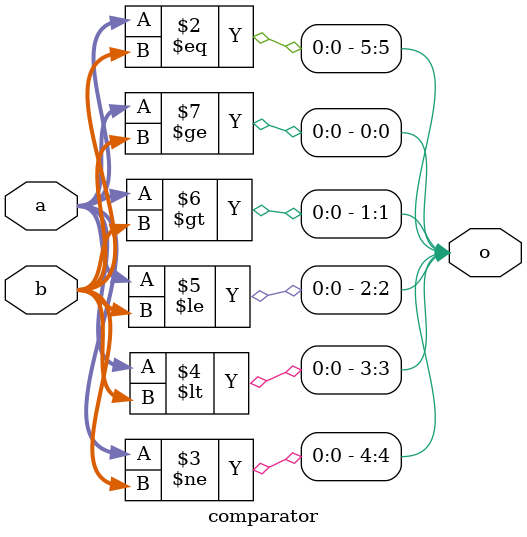
<source format=sv>
typedef struct packed {
    logic      eq, neq, lt, lte, gt, gte;
} cmp_t;
    
module comparator #(parameter N=8)
    (a, b, o);
    input  logic [N-1:0]a;
    input  logic [N-1:0]b;
    output              cmp_t o;

    always_comb begin
        o.eq  = (a == b);
        o.neq = (a != b);
        o.lt  = (a <  b);
        o.lte = (a <= b);
        o.gt  = (a >  b);
        o.gte = (a >= b);
    end
endmodule // comparator

</source>
